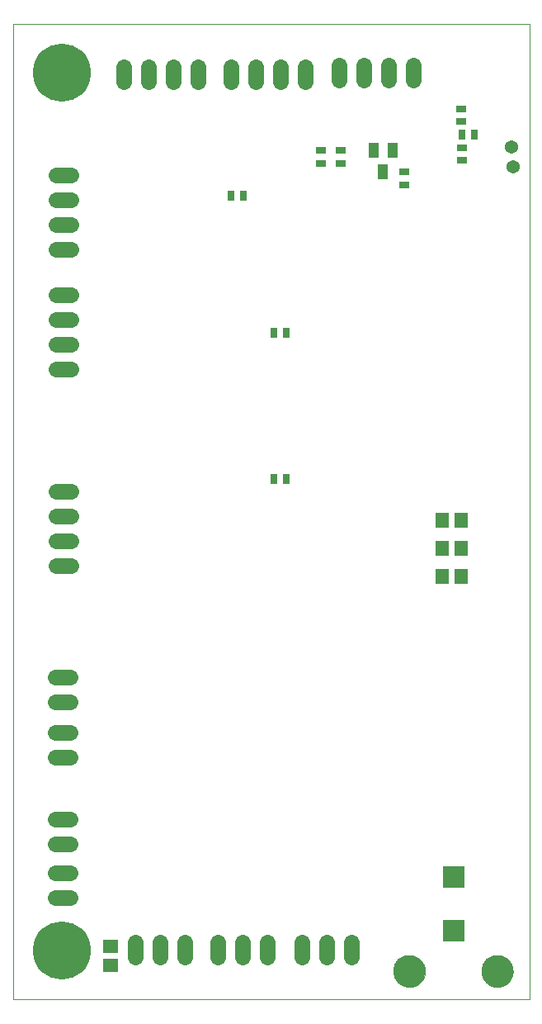
<source format=gts>
G75*
%MOIN*%
%OFA0B0*%
%FSLAX25Y25*%
%IPPOS*%
%LPD*%
%AMOC8*
5,1,8,0,0,1.08239X$1,22.5*
%
%ADD10C,0.00000*%
%ADD11C,0.06400*%
%ADD12R,0.06306X0.05518*%
%ADD13R,0.05518X0.06306*%
%ADD14R,0.03943X0.03156*%
%ADD15R,0.03156X0.03943*%
%ADD16R,0.08668X0.08668*%
%ADD17C,0.12998*%
%ADD18C,0.05400*%
%ADD19R,0.04337X0.05912*%
%ADD20C,0.23400*%
D10*
X0034894Y0034921D02*
X0034894Y0428622D01*
X0243555Y0428622D01*
X0243555Y0034921D01*
X0034894Y0034921D01*
X0188831Y0046339D02*
X0188833Y0046497D01*
X0188839Y0046655D01*
X0188849Y0046813D01*
X0188863Y0046971D01*
X0188881Y0047128D01*
X0188902Y0047285D01*
X0188928Y0047441D01*
X0188958Y0047597D01*
X0188991Y0047752D01*
X0189029Y0047905D01*
X0189070Y0048058D01*
X0189115Y0048210D01*
X0189164Y0048361D01*
X0189217Y0048510D01*
X0189273Y0048658D01*
X0189333Y0048804D01*
X0189397Y0048949D01*
X0189465Y0049092D01*
X0189536Y0049234D01*
X0189610Y0049374D01*
X0189688Y0049511D01*
X0189770Y0049647D01*
X0189854Y0049781D01*
X0189943Y0049912D01*
X0190034Y0050041D01*
X0190129Y0050168D01*
X0190226Y0050293D01*
X0190327Y0050415D01*
X0190431Y0050534D01*
X0190538Y0050651D01*
X0190648Y0050765D01*
X0190761Y0050876D01*
X0190876Y0050985D01*
X0190994Y0051090D01*
X0191115Y0051192D01*
X0191238Y0051292D01*
X0191364Y0051388D01*
X0191492Y0051481D01*
X0191622Y0051571D01*
X0191755Y0051657D01*
X0191890Y0051741D01*
X0192026Y0051820D01*
X0192165Y0051897D01*
X0192306Y0051969D01*
X0192448Y0052039D01*
X0192592Y0052104D01*
X0192738Y0052166D01*
X0192885Y0052224D01*
X0193034Y0052279D01*
X0193184Y0052330D01*
X0193335Y0052377D01*
X0193487Y0052420D01*
X0193640Y0052459D01*
X0193795Y0052495D01*
X0193950Y0052526D01*
X0194106Y0052554D01*
X0194262Y0052578D01*
X0194419Y0052598D01*
X0194577Y0052614D01*
X0194734Y0052626D01*
X0194893Y0052634D01*
X0195051Y0052638D01*
X0195209Y0052638D01*
X0195367Y0052634D01*
X0195526Y0052626D01*
X0195683Y0052614D01*
X0195841Y0052598D01*
X0195998Y0052578D01*
X0196154Y0052554D01*
X0196310Y0052526D01*
X0196465Y0052495D01*
X0196620Y0052459D01*
X0196773Y0052420D01*
X0196925Y0052377D01*
X0197076Y0052330D01*
X0197226Y0052279D01*
X0197375Y0052224D01*
X0197522Y0052166D01*
X0197668Y0052104D01*
X0197812Y0052039D01*
X0197954Y0051969D01*
X0198095Y0051897D01*
X0198234Y0051820D01*
X0198370Y0051741D01*
X0198505Y0051657D01*
X0198638Y0051571D01*
X0198768Y0051481D01*
X0198896Y0051388D01*
X0199022Y0051292D01*
X0199145Y0051192D01*
X0199266Y0051090D01*
X0199384Y0050985D01*
X0199499Y0050876D01*
X0199612Y0050765D01*
X0199722Y0050651D01*
X0199829Y0050534D01*
X0199933Y0050415D01*
X0200034Y0050293D01*
X0200131Y0050168D01*
X0200226Y0050041D01*
X0200317Y0049912D01*
X0200406Y0049781D01*
X0200490Y0049647D01*
X0200572Y0049511D01*
X0200650Y0049374D01*
X0200724Y0049234D01*
X0200795Y0049092D01*
X0200863Y0048949D01*
X0200927Y0048804D01*
X0200987Y0048658D01*
X0201043Y0048510D01*
X0201096Y0048361D01*
X0201145Y0048210D01*
X0201190Y0048058D01*
X0201231Y0047905D01*
X0201269Y0047752D01*
X0201302Y0047597D01*
X0201332Y0047441D01*
X0201358Y0047285D01*
X0201379Y0047128D01*
X0201397Y0046971D01*
X0201411Y0046813D01*
X0201421Y0046655D01*
X0201427Y0046497D01*
X0201429Y0046339D01*
X0201427Y0046181D01*
X0201421Y0046023D01*
X0201411Y0045865D01*
X0201397Y0045707D01*
X0201379Y0045550D01*
X0201358Y0045393D01*
X0201332Y0045237D01*
X0201302Y0045081D01*
X0201269Y0044926D01*
X0201231Y0044773D01*
X0201190Y0044620D01*
X0201145Y0044468D01*
X0201096Y0044317D01*
X0201043Y0044168D01*
X0200987Y0044020D01*
X0200927Y0043874D01*
X0200863Y0043729D01*
X0200795Y0043586D01*
X0200724Y0043444D01*
X0200650Y0043304D01*
X0200572Y0043167D01*
X0200490Y0043031D01*
X0200406Y0042897D01*
X0200317Y0042766D01*
X0200226Y0042637D01*
X0200131Y0042510D01*
X0200034Y0042385D01*
X0199933Y0042263D01*
X0199829Y0042144D01*
X0199722Y0042027D01*
X0199612Y0041913D01*
X0199499Y0041802D01*
X0199384Y0041693D01*
X0199266Y0041588D01*
X0199145Y0041486D01*
X0199022Y0041386D01*
X0198896Y0041290D01*
X0198768Y0041197D01*
X0198638Y0041107D01*
X0198505Y0041021D01*
X0198370Y0040937D01*
X0198234Y0040858D01*
X0198095Y0040781D01*
X0197954Y0040709D01*
X0197812Y0040639D01*
X0197668Y0040574D01*
X0197522Y0040512D01*
X0197375Y0040454D01*
X0197226Y0040399D01*
X0197076Y0040348D01*
X0196925Y0040301D01*
X0196773Y0040258D01*
X0196620Y0040219D01*
X0196465Y0040183D01*
X0196310Y0040152D01*
X0196154Y0040124D01*
X0195998Y0040100D01*
X0195841Y0040080D01*
X0195683Y0040064D01*
X0195526Y0040052D01*
X0195367Y0040044D01*
X0195209Y0040040D01*
X0195051Y0040040D01*
X0194893Y0040044D01*
X0194734Y0040052D01*
X0194577Y0040064D01*
X0194419Y0040080D01*
X0194262Y0040100D01*
X0194106Y0040124D01*
X0193950Y0040152D01*
X0193795Y0040183D01*
X0193640Y0040219D01*
X0193487Y0040258D01*
X0193335Y0040301D01*
X0193184Y0040348D01*
X0193034Y0040399D01*
X0192885Y0040454D01*
X0192738Y0040512D01*
X0192592Y0040574D01*
X0192448Y0040639D01*
X0192306Y0040709D01*
X0192165Y0040781D01*
X0192026Y0040858D01*
X0191890Y0040937D01*
X0191755Y0041021D01*
X0191622Y0041107D01*
X0191492Y0041197D01*
X0191364Y0041290D01*
X0191238Y0041386D01*
X0191115Y0041486D01*
X0190994Y0041588D01*
X0190876Y0041693D01*
X0190761Y0041802D01*
X0190648Y0041913D01*
X0190538Y0042027D01*
X0190431Y0042144D01*
X0190327Y0042263D01*
X0190226Y0042385D01*
X0190129Y0042510D01*
X0190034Y0042637D01*
X0189943Y0042766D01*
X0189854Y0042897D01*
X0189770Y0043031D01*
X0189688Y0043167D01*
X0189610Y0043304D01*
X0189536Y0043444D01*
X0189465Y0043586D01*
X0189397Y0043729D01*
X0189333Y0043874D01*
X0189273Y0044020D01*
X0189217Y0044168D01*
X0189164Y0044317D01*
X0189115Y0044468D01*
X0189070Y0044620D01*
X0189029Y0044773D01*
X0188991Y0044926D01*
X0188958Y0045081D01*
X0188928Y0045237D01*
X0188902Y0045393D01*
X0188881Y0045550D01*
X0188863Y0045707D01*
X0188849Y0045865D01*
X0188839Y0046023D01*
X0188833Y0046181D01*
X0188831Y0046339D01*
X0224264Y0046339D02*
X0224266Y0046497D01*
X0224272Y0046655D01*
X0224282Y0046813D01*
X0224296Y0046971D01*
X0224314Y0047128D01*
X0224335Y0047285D01*
X0224361Y0047441D01*
X0224391Y0047597D01*
X0224424Y0047752D01*
X0224462Y0047905D01*
X0224503Y0048058D01*
X0224548Y0048210D01*
X0224597Y0048361D01*
X0224650Y0048510D01*
X0224706Y0048658D01*
X0224766Y0048804D01*
X0224830Y0048949D01*
X0224898Y0049092D01*
X0224969Y0049234D01*
X0225043Y0049374D01*
X0225121Y0049511D01*
X0225203Y0049647D01*
X0225287Y0049781D01*
X0225376Y0049912D01*
X0225467Y0050041D01*
X0225562Y0050168D01*
X0225659Y0050293D01*
X0225760Y0050415D01*
X0225864Y0050534D01*
X0225971Y0050651D01*
X0226081Y0050765D01*
X0226194Y0050876D01*
X0226309Y0050985D01*
X0226427Y0051090D01*
X0226548Y0051192D01*
X0226671Y0051292D01*
X0226797Y0051388D01*
X0226925Y0051481D01*
X0227055Y0051571D01*
X0227188Y0051657D01*
X0227323Y0051741D01*
X0227459Y0051820D01*
X0227598Y0051897D01*
X0227739Y0051969D01*
X0227881Y0052039D01*
X0228025Y0052104D01*
X0228171Y0052166D01*
X0228318Y0052224D01*
X0228467Y0052279D01*
X0228617Y0052330D01*
X0228768Y0052377D01*
X0228920Y0052420D01*
X0229073Y0052459D01*
X0229228Y0052495D01*
X0229383Y0052526D01*
X0229539Y0052554D01*
X0229695Y0052578D01*
X0229852Y0052598D01*
X0230010Y0052614D01*
X0230167Y0052626D01*
X0230326Y0052634D01*
X0230484Y0052638D01*
X0230642Y0052638D01*
X0230800Y0052634D01*
X0230959Y0052626D01*
X0231116Y0052614D01*
X0231274Y0052598D01*
X0231431Y0052578D01*
X0231587Y0052554D01*
X0231743Y0052526D01*
X0231898Y0052495D01*
X0232053Y0052459D01*
X0232206Y0052420D01*
X0232358Y0052377D01*
X0232509Y0052330D01*
X0232659Y0052279D01*
X0232808Y0052224D01*
X0232955Y0052166D01*
X0233101Y0052104D01*
X0233245Y0052039D01*
X0233387Y0051969D01*
X0233528Y0051897D01*
X0233667Y0051820D01*
X0233803Y0051741D01*
X0233938Y0051657D01*
X0234071Y0051571D01*
X0234201Y0051481D01*
X0234329Y0051388D01*
X0234455Y0051292D01*
X0234578Y0051192D01*
X0234699Y0051090D01*
X0234817Y0050985D01*
X0234932Y0050876D01*
X0235045Y0050765D01*
X0235155Y0050651D01*
X0235262Y0050534D01*
X0235366Y0050415D01*
X0235467Y0050293D01*
X0235564Y0050168D01*
X0235659Y0050041D01*
X0235750Y0049912D01*
X0235839Y0049781D01*
X0235923Y0049647D01*
X0236005Y0049511D01*
X0236083Y0049374D01*
X0236157Y0049234D01*
X0236228Y0049092D01*
X0236296Y0048949D01*
X0236360Y0048804D01*
X0236420Y0048658D01*
X0236476Y0048510D01*
X0236529Y0048361D01*
X0236578Y0048210D01*
X0236623Y0048058D01*
X0236664Y0047905D01*
X0236702Y0047752D01*
X0236735Y0047597D01*
X0236765Y0047441D01*
X0236791Y0047285D01*
X0236812Y0047128D01*
X0236830Y0046971D01*
X0236844Y0046813D01*
X0236854Y0046655D01*
X0236860Y0046497D01*
X0236862Y0046339D01*
X0236860Y0046181D01*
X0236854Y0046023D01*
X0236844Y0045865D01*
X0236830Y0045707D01*
X0236812Y0045550D01*
X0236791Y0045393D01*
X0236765Y0045237D01*
X0236735Y0045081D01*
X0236702Y0044926D01*
X0236664Y0044773D01*
X0236623Y0044620D01*
X0236578Y0044468D01*
X0236529Y0044317D01*
X0236476Y0044168D01*
X0236420Y0044020D01*
X0236360Y0043874D01*
X0236296Y0043729D01*
X0236228Y0043586D01*
X0236157Y0043444D01*
X0236083Y0043304D01*
X0236005Y0043167D01*
X0235923Y0043031D01*
X0235839Y0042897D01*
X0235750Y0042766D01*
X0235659Y0042637D01*
X0235564Y0042510D01*
X0235467Y0042385D01*
X0235366Y0042263D01*
X0235262Y0042144D01*
X0235155Y0042027D01*
X0235045Y0041913D01*
X0234932Y0041802D01*
X0234817Y0041693D01*
X0234699Y0041588D01*
X0234578Y0041486D01*
X0234455Y0041386D01*
X0234329Y0041290D01*
X0234201Y0041197D01*
X0234071Y0041107D01*
X0233938Y0041021D01*
X0233803Y0040937D01*
X0233667Y0040858D01*
X0233528Y0040781D01*
X0233387Y0040709D01*
X0233245Y0040639D01*
X0233101Y0040574D01*
X0232955Y0040512D01*
X0232808Y0040454D01*
X0232659Y0040399D01*
X0232509Y0040348D01*
X0232358Y0040301D01*
X0232206Y0040258D01*
X0232053Y0040219D01*
X0231898Y0040183D01*
X0231743Y0040152D01*
X0231587Y0040124D01*
X0231431Y0040100D01*
X0231274Y0040080D01*
X0231116Y0040064D01*
X0230959Y0040052D01*
X0230800Y0040044D01*
X0230642Y0040040D01*
X0230484Y0040040D01*
X0230326Y0040044D01*
X0230167Y0040052D01*
X0230010Y0040064D01*
X0229852Y0040080D01*
X0229695Y0040100D01*
X0229539Y0040124D01*
X0229383Y0040152D01*
X0229228Y0040183D01*
X0229073Y0040219D01*
X0228920Y0040258D01*
X0228768Y0040301D01*
X0228617Y0040348D01*
X0228467Y0040399D01*
X0228318Y0040454D01*
X0228171Y0040512D01*
X0228025Y0040574D01*
X0227881Y0040639D01*
X0227739Y0040709D01*
X0227598Y0040781D01*
X0227459Y0040858D01*
X0227323Y0040937D01*
X0227188Y0041021D01*
X0227055Y0041107D01*
X0226925Y0041197D01*
X0226797Y0041290D01*
X0226671Y0041386D01*
X0226548Y0041486D01*
X0226427Y0041588D01*
X0226309Y0041693D01*
X0226194Y0041802D01*
X0226081Y0041913D01*
X0225971Y0042027D01*
X0225864Y0042144D01*
X0225760Y0042263D01*
X0225659Y0042385D01*
X0225562Y0042510D01*
X0225467Y0042637D01*
X0225376Y0042766D01*
X0225287Y0042897D01*
X0225203Y0043031D01*
X0225121Y0043167D01*
X0225043Y0043304D01*
X0224969Y0043444D01*
X0224898Y0043586D01*
X0224830Y0043729D01*
X0224766Y0043874D01*
X0224706Y0044020D01*
X0224650Y0044168D01*
X0224597Y0044317D01*
X0224548Y0044468D01*
X0224503Y0044620D01*
X0224462Y0044773D01*
X0224424Y0044926D01*
X0224391Y0045081D01*
X0224361Y0045237D01*
X0224335Y0045393D01*
X0224314Y0045550D01*
X0224296Y0045707D01*
X0224282Y0045865D01*
X0224272Y0046023D01*
X0224266Y0046181D01*
X0224264Y0046339D01*
D11*
X0171665Y0052000D02*
X0171665Y0058000D01*
X0161665Y0058000D02*
X0161665Y0052000D01*
X0151665Y0052000D02*
X0151665Y0058000D01*
X0137807Y0058000D02*
X0137807Y0052000D01*
X0127807Y0052000D02*
X0127807Y0058000D01*
X0117807Y0058000D02*
X0117807Y0052000D01*
X0104343Y0052000D02*
X0104343Y0058000D01*
X0094343Y0058000D02*
X0094343Y0052000D01*
X0084343Y0052000D02*
X0084343Y0058000D01*
X0058000Y0076197D02*
X0052000Y0076197D01*
X0052000Y0086197D02*
X0058000Y0086197D01*
X0058000Y0097697D02*
X0052000Y0097697D01*
X0052000Y0107697D02*
X0058000Y0107697D01*
X0058000Y0132697D02*
X0052000Y0132697D01*
X0052000Y0142697D02*
X0058000Y0142697D01*
X0058000Y0155197D02*
X0052000Y0155197D01*
X0052000Y0165197D02*
X0058000Y0165197D01*
X0058201Y0209961D02*
X0052201Y0209961D01*
X0052201Y0219961D02*
X0058201Y0219961D01*
X0058201Y0229961D02*
X0052201Y0229961D01*
X0052201Y0239961D02*
X0058201Y0239961D01*
X0058201Y0289461D02*
X0052201Y0289461D01*
X0052201Y0299461D02*
X0058201Y0299461D01*
X0058201Y0309461D02*
X0052201Y0309461D01*
X0052201Y0319461D02*
X0058201Y0319461D01*
X0058366Y0337638D02*
X0052366Y0337638D01*
X0052366Y0347638D02*
X0058366Y0347638D01*
X0058366Y0357638D02*
X0052366Y0357638D01*
X0052366Y0367638D02*
X0058366Y0367638D01*
X0079736Y0405543D02*
X0079736Y0411543D01*
X0089736Y0411543D02*
X0089736Y0405543D01*
X0099736Y0405543D02*
X0099736Y0411543D01*
X0109736Y0411543D02*
X0109736Y0405543D01*
X0123043Y0405543D02*
X0123043Y0411543D01*
X0133043Y0411543D02*
X0133043Y0405543D01*
X0143043Y0405543D02*
X0143043Y0411543D01*
X0153043Y0411543D02*
X0153043Y0405543D01*
X0166744Y0405937D02*
X0166744Y0411937D01*
X0176744Y0411937D02*
X0176744Y0405937D01*
X0186744Y0405937D02*
X0186744Y0411937D01*
X0196744Y0411937D02*
X0196744Y0405937D01*
D12*
X0074264Y0056378D03*
X0074264Y0048898D03*
D13*
X0208467Y0205886D03*
X0208467Y0217136D03*
X0208467Y0228386D03*
X0215947Y0228386D03*
X0215947Y0217136D03*
X0215947Y0205886D03*
D14*
X0193161Y0363858D03*
X0193161Y0368976D03*
X0216390Y0373701D03*
X0216390Y0378819D03*
X0215996Y0389449D03*
X0215996Y0394567D03*
X0167177Y0377638D03*
X0167177Y0372520D03*
X0159303Y0372520D03*
X0159303Y0377638D03*
D15*
X0128004Y0359331D03*
X0122886Y0359331D03*
X0140209Y0304213D03*
X0145327Y0304213D03*
X0145327Y0245157D03*
X0140209Y0245157D03*
X0216193Y0384134D03*
X0221311Y0384134D03*
D16*
X0212846Y0084528D03*
X0212846Y0062874D03*
D17*
X0195130Y0046339D03*
X0230563Y0046339D03*
D18*
X0236862Y0371142D03*
X0236469Y0379016D03*
D19*
X0188240Y0377835D03*
X0184500Y0369173D03*
X0180760Y0377835D03*
D20*
X0054579Y0408937D03*
X0054579Y0054606D03*
M02*

</source>
